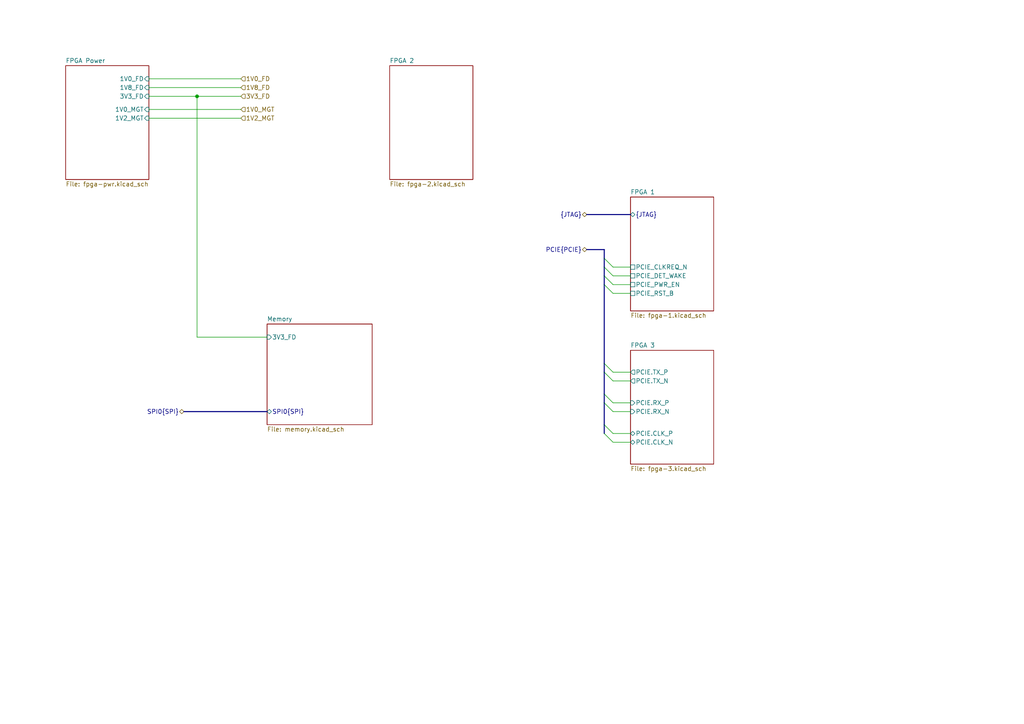
<source format=kicad_sch>
(kicad_sch
	(version 20250114)
	(generator "eeschema")
	(generator_version "9.0")
	(uuid "a9e1bdfd-dc99-46a7-a35c-5f032316e715")
	(paper "A4")
	(title_block
		(title "RPi HwAB HAT+")
		(date "2025-08-23")
		(rev "01")
		(company "Andre S Winkel")
	)
	(lib_symbols)
	(junction
		(at 57.15 27.94)
		(diameter 0)
		(color 0 0 0 0)
		(uuid "290fd185-4cfb-488d-b6bb-9fee756f85b6")
	)
	(bus_entry
		(at 175.26 116.84)
		(size 2.54 2.54)
		(stroke
			(width 0)
			(type default)
		)
		(uuid "051dbebc-c24f-42e3-b911-c2ac5957ed0a")
	)
	(bus_entry
		(at 175.26 74.93)
		(size 2.54 2.54)
		(stroke
			(width 0)
			(type default)
		)
		(uuid "3838b747-7138-4e95-a7ab-0dc911dfad75")
	)
	(bus_entry
		(at 175.26 123.19)
		(size 2.54 2.54)
		(stroke
			(width 0)
			(type default)
		)
		(uuid "498ae289-147b-4d4a-9f82-4c44472d109d")
	)
	(bus_entry
		(at 175.26 82.55)
		(size 2.54 2.54)
		(stroke
			(width 0)
			(type default)
		)
		(uuid "4bf736a9-64fc-47f1-9104-3161c426263c")
	)
	(bus_entry
		(at 175.26 77.47)
		(size 2.54 2.54)
		(stroke
			(width 0)
			(type default)
		)
		(uuid "6bbc0068-035c-4165-8ba1-1d6a615efdde")
	)
	(bus_entry
		(at 175.26 80.01)
		(size 2.54 2.54)
		(stroke
			(width 0)
			(type default)
		)
		(uuid "813e3888-0952-4361-8e8d-398be1a19348")
	)
	(bus_entry
		(at 175.26 107.95)
		(size 2.54 2.54)
		(stroke
			(width 0)
			(type default)
		)
		(uuid "852d8bf5-9495-4d10-b808-1db2faffde4a")
	)
	(bus_entry
		(at 175.26 105.41)
		(size 2.54 2.54)
		(stroke
			(width 0)
			(type default)
		)
		(uuid "bedeefd3-68ba-41ef-9b7d-16d3b5e0290b")
	)
	(bus_entry
		(at 175.26 114.3)
		(size 2.54 2.54)
		(stroke
			(width 0)
			(type default)
		)
		(uuid "d3d17ee2-7866-40b5-b5a2-052b351546aa")
	)
	(bus_entry
		(at 175.26 125.73)
		(size 2.54 2.54)
		(stroke
			(width 0)
			(type default)
		)
		(uuid "e64af14a-90e2-4b41-b1ce-722ec74af2f6")
	)
	(wire
		(pts
			(xy 177.8 119.38) (xy 182.88 119.38)
		)
		(stroke
			(width 0)
			(type default)
		)
		(uuid "0a27ce9b-5dce-4e6c-88bb-9714096ce69a")
	)
	(bus
		(pts
			(xy 175.26 114.3) (xy 175.26 107.95)
		)
		(stroke
			(width 0)
			(type default)
		)
		(uuid "0df59555-a701-4e1c-9a03-100a9c15252d")
	)
	(wire
		(pts
			(xy 177.8 80.01) (xy 182.88 80.01)
		)
		(stroke
			(width 0)
			(type default)
		)
		(uuid "1626303d-7661-4bfc-8581-58a1c7cc75d8")
	)
	(wire
		(pts
			(xy 177.8 110.49) (xy 182.88 110.49)
		)
		(stroke
			(width 0)
			(type default)
		)
		(uuid "18616cc7-84a8-40e0-b6b2-c2d566ad872a")
	)
	(bus
		(pts
			(xy 175.26 82.55) (xy 175.26 80.01)
		)
		(stroke
			(width 0)
			(type default)
		)
		(uuid "2c8363ab-6e2c-4497-bc55-06079ba7f20c")
	)
	(wire
		(pts
			(xy 69.85 22.86) (xy 43.18 22.86)
		)
		(stroke
			(width 0)
			(type default)
		)
		(uuid "301e24b2-c23c-4e48-9a15-9a665c50dd97")
	)
	(bus
		(pts
			(xy 175.26 116.84) (xy 175.26 114.3)
		)
		(stroke
			(width 0)
			(type default)
		)
		(uuid "369a976b-3c0b-4e53-8262-6484f08d253d")
	)
	(bus
		(pts
			(xy 175.26 77.47) (xy 175.26 74.93)
		)
		(stroke
			(width 0)
			(type default)
		)
		(uuid "383b2804-cd11-47ae-93b4-1ec0bcd9257f")
	)
	(wire
		(pts
			(xy 177.8 107.95) (xy 182.88 107.95)
		)
		(stroke
			(width 0)
			(type default)
		)
		(uuid "42ce270d-287a-4935-9fc9-1265a502f5b2")
	)
	(wire
		(pts
			(xy 57.15 27.94) (xy 69.85 27.94)
		)
		(stroke
			(width 0)
			(type default)
		)
		(uuid "4a7a0ea9-b574-4056-9de6-4cd73fd96c2f")
	)
	(wire
		(pts
			(xy 69.85 31.75) (xy 43.18 31.75)
		)
		(stroke
			(width 0)
			(type default)
		)
		(uuid "58f88e81-7d4f-4565-9d98-1cc986786631")
	)
	(bus
		(pts
			(xy 175.26 123.19) (xy 175.26 116.84)
		)
		(stroke
			(width 0)
			(type default)
		)
		(uuid "5be2fecd-8e0f-4cb3-8664-8b6a3b87ee88")
	)
	(wire
		(pts
			(xy 69.85 25.4) (xy 43.18 25.4)
		)
		(stroke
			(width 0)
			(type default)
		)
		(uuid "5e56d533-bc6b-45d3-9702-ad028da7fd4d")
	)
	(bus
		(pts
			(xy 170.18 62.23) (xy 182.88 62.23)
		)
		(stroke
			(width 0)
			(type default)
		)
		(uuid "6821d1ac-1cfe-4095-88e7-5925fa8cb474")
	)
	(wire
		(pts
			(xy 177.8 85.09) (xy 182.88 85.09)
		)
		(stroke
			(width 0)
			(type default)
		)
		(uuid "790500d3-ff9b-4724-bc1a-e087eb53fa59")
	)
	(wire
		(pts
			(xy 57.15 27.94) (xy 57.15 97.79)
		)
		(stroke
			(width 0)
			(type default)
		)
		(uuid "7deda01e-34be-4897-921d-819da323fd71")
	)
	(wire
		(pts
			(xy 43.18 27.94) (xy 57.15 27.94)
		)
		(stroke
			(width 0)
			(type default)
		)
		(uuid "7ff7244f-0434-47ff-af44-acf7c9d85dec")
	)
	(wire
		(pts
			(xy 57.15 97.79) (xy 77.47 97.79)
		)
		(stroke
			(width 0)
			(type default)
		)
		(uuid "886162ec-04d8-49a6-b691-e95405cf52dd")
	)
	(bus
		(pts
			(xy 175.26 105.41) (xy 175.26 82.55)
		)
		(stroke
			(width 0)
			(type default)
		)
		(uuid "9cee2df5-5a41-4358-bf6b-919173da75fc")
	)
	(wire
		(pts
			(xy 177.8 82.55) (xy 182.88 82.55)
		)
		(stroke
			(width 0)
			(type default)
		)
		(uuid "9fa7ca05-0c68-4e37-a9cc-d020b0e561fb")
	)
	(bus
		(pts
			(xy 175.26 80.01) (xy 175.26 77.47)
		)
		(stroke
			(width 0)
			(type default)
		)
		(uuid "a8c57b6c-f6d9-4664-bf98-b8115f97430c")
	)
	(wire
		(pts
			(xy 177.8 128.27) (xy 182.88 128.27)
		)
		(stroke
			(width 0)
			(type default)
		)
		(uuid "b247aeaf-6c3b-4dfc-8974-3822fc63a945")
	)
	(wire
		(pts
			(xy 177.8 125.73) (xy 182.88 125.73)
		)
		(stroke
			(width 0)
			(type default)
		)
		(uuid "b8c7d8d5-6eeb-4b1f-ac2d-efb41f6da70c")
	)
	(wire
		(pts
			(xy 177.8 116.84) (xy 182.88 116.84)
		)
		(stroke
			(width 0)
			(type default)
		)
		(uuid "bce66ee5-26bf-4990-bd27-d15ea164a2ba")
	)
	(bus
		(pts
			(xy 175.26 74.93) (xy 175.26 72.39)
		)
		(stroke
			(width 0)
			(type default)
		)
		(uuid "c7dbfcda-29d5-478b-a5cc-3bb8548e101b")
	)
	(wire
		(pts
			(xy 177.8 77.47) (xy 182.88 77.47)
		)
		(stroke
			(width 0)
			(type default)
		)
		(uuid "cffcd71a-deb7-4d07-93a0-7d9c971b51af")
	)
	(bus
		(pts
			(xy 53.34 119.38) (xy 77.47 119.38)
		)
		(stroke
			(width 0)
			(type default)
		)
		(uuid "d396cbcb-ceec-4103-8fdd-e6a9d9be1c80")
	)
	(wire
		(pts
			(xy 69.85 34.29) (xy 43.18 34.29)
		)
		(stroke
			(width 0)
			(type default)
		)
		(uuid "dcdb9734-1dd3-4e32-bbb0-311c5b70adfa")
	)
	(bus
		(pts
			(xy 175.26 107.95) (xy 175.26 105.41)
		)
		(stroke
			(width 0)
			(type default)
		)
		(uuid "e5987585-e5f3-4745-9edb-8b07569a1812")
	)
	(bus
		(pts
			(xy 175.26 125.73) (xy 175.26 123.19)
		)
		(stroke
			(width 0)
			(type default)
		)
		(uuid "f462aecc-4b8c-4e15-adab-80d4642338e8")
	)
	(bus
		(pts
			(xy 170.18 72.39) (xy 175.26 72.39)
		)
		(stroke
			(width 0)
			(type default)
		)
		(uuid "fcdd08c8-0b1f-4c8a-bf6f-09c7cc3ce10b")
	)
	(hierarchical_label "{JTAG}"
		(shape bidirectional)
		(at 170.18 62.23 180)
		(effects
			(font
				(size 1.27 1.27)
				(thickness 0.1588)
			)
			(justify right)
		)
		(uuid "11069998-95d2-40ae-afb3-ef3dc6fc808c")
	)
	(hierarchical_label "1V0_MGT"
		(shape input)
		(at 69.85 31.75 0)
		(effects
			(font
				(size 1.27 1.27)
			)
			(justify left)
		)
		(uuid "21c1bced-99d5-4304-9ea2-cf844861483a")
	)
	(hierarchical_label "1V2_MGT"
		(shape input)
		(at 69.85 34.29 0)
		(effects
			(font
				(size 1.27 1.27)
			)
			(justify left)
		)
		(uuid "a0cd04f8-822e-4635-9d52-6c575d719491")
	)
	(hierarchical_label "1V0_FD"
		(shape input)
		(at 69.85 22.86 0)
		(effects
			(font
				(size 1.27 1.27)
			)
			(justify left)
		)
		(uuid "ad1458fe-ec69-4081-ae0e-4c1f1a4c01db")
	)
	(hierarchical_label "1V8_FD"
		(shape input)
		(at 69.85 25.4 0)
		(effects
			(font
				(size 1.27 1.27)
			)
			(justify left)
		)
		(uuid "bd74a825-2e18-44e5-beb5-adae856fd678")
	)
	(hierarchical_label "PCIE{PCIE}"
		(shape bidirectional)
		(at 170.18 72.39 180)
		(effects
			(font
				(size 1.27 1.27)
			)
			(justify right)
		)
		(uuid "c9bafb15-e73e-4434-a446-c0c493bfb6a2")
	)
	(hierarchical_label "SPI0{SPI}"
		(shape bidirectional)
		(at 53.34 119.38 180)
		(effects
			(font
				(size 1.27 1.27)
			)
			(justify right)
		)
		(uuid "e246083b-4b48-4fd5-b0a7-e76b03c116a3")
	)
	(hierarchical_label "3V3_FD"
		(shape input)
		(at 69.85 27.94 0)
		(effects
			(font
				(size 1.27 1.27)
			)
			(justify left)
		)
		(uuid "f588a7ac-2e63-4300-8095-8984cfb75761")
	)
	(sheet
		(at 182.88 101.6)
		(size 24.13 33.02)
		(exclude_from_sim no)
		(in_bom yes)
		(on_board yes)
		(dnp no)
		(fields_autoplaced yes)
		(stroke
			(width 0.1524)
			(type solid)
		)
		(fill
			(color 0 0 0 0.0000)
		)
		(uuid "143e814b-c088-43b0-8f2f-ada8c438e494")
		(property "Sheetname" "FPGA 3"
			(at 182.88 100.8884 0)
			(effects
				(font
					(size 1.27 1.27)
				)
				(justify left bottom)
			)
		)
		(property "Sheetfile" "fpga-3.kicad_sch"
			(at 182.88 135.2046 0)
			(effects
				(font
					(size 1.27 1.27)
				)
				(justify left top)
			)
		)
		(pin "PCIE.CLK_N" bidirectional
			(at 182.88 128.27 180)
			(uuid "bb7c13f2-da99-487b-8d45-4cf0e9964b04")
			(effects
				(font
					(size 1.27 1.27)
				)
				(justify left)
			)
		)
		(pin "PCIE.CLK_P" bidirectional
			(at 182.88 125.73 180)
			(uuid "44b8583f-7884-4c30-803e-0580ceeee25e")
			(effects
				(font
					(size 1.27 1.27)
				)
				(justify left)
			)
		)
		(pin "PCIE.TX_N" output
			(at 182.88 110.49 180)
			(uuid "33ee8408-8c20-43b3-b721-8884637f5ee3")
			(effects
				(font
					(size 1.27 1.27)
				)
				(justify left)
			)
		)
		(pin "PCIE.TX_P" output
			(at 182.88 107.95 180)
			(uuid "62238bbf-dbd3-4d9c-b32f-559faec6a420")
			(effects
				(font
					(size 1.27 1.27)
				)
				(justify left)
			)
		)
		(pin "PCIE.RX_N" input
			(at 182.88 119.38 180)
			(uuid "8f9ee461-f23d-46ff-8e32-2b6bfa9776f1")
			(effects
				(font
					(size 1.27 1.27)
				)
				(justify left)
			)
		)
		(pin "PCIE.RX_P" input
			(at 182.88 116.84 180)
			(uuid "0abfc374-0da3-4fc8-a70d-34f83be46f94")
			(effects
				(font
					(size 1.27 1.27)
				)
				(justify left)
			)
		)
		(instances
			(project "RPi-HwAB-1"
				(path "/e63e39d7-6ac0-4ffd-8aa3-1841a4541b55/59d21473-a004-4514-8090-fd93db818925"
					(page "8")
				)
			)
		)
	)
	(sheet
		(at 182.88 57.15)
		(size 24.13 33.02)
		(exclude_from_sim no)
		(in_bom yes)
		(on_board yes)
		(dnp no)
		(fields_autoplaced yes)
		(stroke
			(width 0.1524)
			(type solid)
		)
		(fill
			(color 0 0 0 0.0000)
		)
		(uuid "350bfe7d-9948-4ca7-a542-a75eb385def4")
		(property "Sheetname" "FPGA 1"
			(at 182.88 56.4384 0)
			(effects
				(font
					(size 1.27 1.27)
				)
				(justify left bottom)
			)
		)
		(property "Sheetfile" "fpga-1.kicad_sch"
			(at 182.88 90.7546 0)
			(effects
				(font
					(size 1.27 1.27)
				)
				(justify left top)
			)
		)
		(pin "{JTAG}" bidirectional
			(at 182.88 62.23 180)
			(uuid "00c185f0-f2ec-41b1-8aa0-131c985cce44")
			(effects
				(font
					(size 1.27 1.27)
				)
				(justify left)
			)
		)
		(pin "PCIE_CLKREQ_N" passive
			(at 182.88 77.47 180)
			(uuid "1d23c798-5114-4f3e-b292-68bb05f91637")
			(effects
				(font
					(size 1.27 1.27)
				)
				(justify left)
			)
		)
		(pin "PCIE_DET_WAKE" passive
			(at 182.88 80.01 180)
			(uuid "25b866d8-9b9d-405c-96fb-ee6602a60694")
			(effects
				(font
					(size 1.27 1.27)
				)
				(justify left)
			)
		)
		(pin "PCIE_PWR_EN" passive
			(at 182.88 82.55 180)
			(uuid "78e67396-bc57-4581-b663-6c51a94baedd")
			(effects
				(font
					(size 1.27 1.27)
				)
				(justify left)
			)
		)
		(pin "PCIE_RST_B" passive
			(at 182.88 85.09 180)
			(uuid "f4a1714e-de15-44f1-bca0-b987551dcfbd")
			(effects
				(font
					(size 1.27 1.27)
				)
				(justify left)
			)
		)
		(instances
			(project "RPi-HwAB-1"
				(path "/e63e39d7-6ac0-4ffd-8aa3-1841a4541b55/59d21473-a004-4514-8090-fd93db818925"
					(page "6")
				)
			)
		)
	)
	(sheet
		(at 19.05 19.05)
		(size 24.13 33.02)
		(exclude_from_sim no)
		(in_bom yes)
		(on_board yes)
		(dnp no)
		(fields_autoplaced yes)
		(stroke
			(width 0.1524)
			(type solid)
		)
		(fill
			(color 0 0 0 0.0000)
		)
		(uuid "94db1840-7840-4b32-9939-76c2575d480c")
		(property "Sheetname" "FPGA Power"
			(at 19.05 18.3384 0)
			(effects
				(font
					(size 1.27 1.27)
				)
				(justify left bottom)
			)
		)
		(property "Sheetfile" "fpga-pwr.kicad_sch"
			(at 19.05 52.6546 0)
			(effects
				(font
					(size 1.27 1.27)
				)
				(justify left top)
			)
		)
		(pin "1V0_FD" input
			(at 43.18 22.86 0)
			(uuid "feed5f68-e17d-44ad-999b-b8c549c8feea")
			(effects
				(font
					(size 1.27 1.27)
				)
				(justify right)
			)
		)
		(pin "1V0_MGT" input
			(at 43.18 31.75 0)
			(uuid "7daad9e4-26bc-4ae1-a296-cf8cb15032a7")
			(effects
				(font
					(size 1.27 1.27)
				)
				(justify right)
			)
		)
		(pin "1V2_MGT" input
			(at 43.18 34.29 0)
			(uuid "996403bc-6402-4d0f-b78b-e7bc59d278a3")
			(effects
				(font
					(size 1.27 1.27)
				)
				(justify right)
			)
		)
		(pin "1V8_FD" input
			(at 43.18 25.4 0)
			(uuid "a0d5f1bc-dafa-40ca-8698-1419b257f8b5")
			(effects
				(font
					(size 1.27 1.27)
				)
				(justify right)
			)
		)
		(pin "3V3_FD" input
			(at 43.18 27.94 0)
			(uuid "85eb0274-cf00-46e1-82be-ebe6843ff391")
			(effects
				(font
					(size 1.27 1.27)
				)
				(justify right)
			)
		)
		(instances
			(project "RPi-HwAB-1"
				(path "/e63e39d7-6ac0-4ffd-8aa3-1841a4541b55/59d21473-a004-4514-8090-fd93db818925"
					(page "4")
				)
			)
		)
	)
	(sheet
		(at 77.47 93.98)
		(size 30.48 29.21)
		(exclude_from_sim no)
		(in_bom yes)
		(on_board yes)
		(dnp no)
		(fields_autoplaced yes)
		(stroke
			(width 0.1524)
			(type solid)
		)
		(fill
			(color 0 0 0 0.0000)
		)
		(uuid "b633a666-4c3d-4ac9-9e0f-b350177ade0b")
		(property "Sheetname" "Memory"
			(at 77.47 93.2684 0)
			(effects
				(font
					(size 1.27 1.27)
				)
				(justify left bottom)
			)
		)
		(property "Sheetfile" "memory.kicad_sch"
			(at 77.47 123.7746 0)
			(effects
				(font
					(size 1.27 1.27)
				)
				(justify left top)
			)
		)
		(pin "SPI0{SPI}" bidirectional
			(at 77.47 119.38 180)
			(uuid "e16375b3-8cff-487a-bba5-cc44533f008a")
			(effects
				(font
					(size 1.27 1.27)
				)
				(justify left)
			)
		)
		(pin "3V3_FD" input
			(at 77.47 97.79 180)
			(uuid "0ad5fc01-1f11-407e-af66-7cd16c59d695")
			(effects
				(font
					(size 1.27 1.27)
				)
				(justify left)
			)
		)
		(instances
			(project "RPi-HwAB-1"
				(path "/e63e39d7-6ac0-4ffd-8aa3-1841a4541b55/59d21473-a004-4514-8090-fd93db818925"
					(page "11")
				)
			)
		)
	)
	(sheet
		(at 113.03 19.05)
		(size 24.13 33.02)
		(exclude_from_sim no)
		(in_bom yes)
		(on_board yes)
		(dnp no)
		(fields_autoplaced yes)
		(stroke
			(width 0.1524)
			(type solid)
		)
		(fill
			(color 0 0 0 0.0000)
		)
		(uuid "ef42fd34-c1d8-421f-b8cb-1078e483aec9")
		(property "Sheetname" "FPGA 2"
			(at 113.03 18.3384 0)
			(effects
				(font
					(size 1.27 1.27)
				)
				(justify left bottom)
			)
		)
		(property "Sheetfile" "fpga-2.kicad_sch"
			(at 113.03 52.6546 0)
			(effects
				(font
					(size 1.27 1.27)
				)
				(justify left top)
			)
		)
		(instances
			(project "RPi-HwAB-1"
				(path "/e63e39d7-6ac0-4ffd-8aa3-1841a4541b55/59d21473-a004-4514-8090-fd93db818925"
					(page "7")
				)
			)
		)
	)
)

</source>
